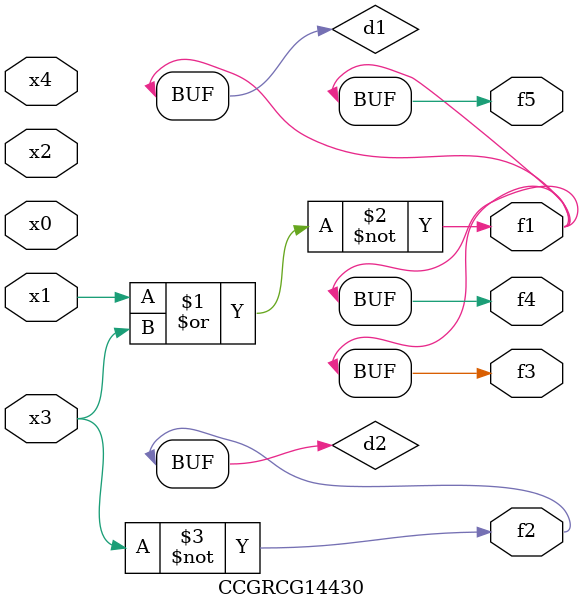
<source format=v>
module CCGRCG14430(
	input x0, x1, x2, x3, x4,
	output f1, f2, f3, f4, f5
);

	wire d1, d2;

	nor (d1, x1, x3);
	not (d2, x3);
	assign f1 = d1;
	assign f2 = d2;
	assign f3 = d1;
	assign f4 = d1;
	assign f5 = d1;
endmodule

</source>
